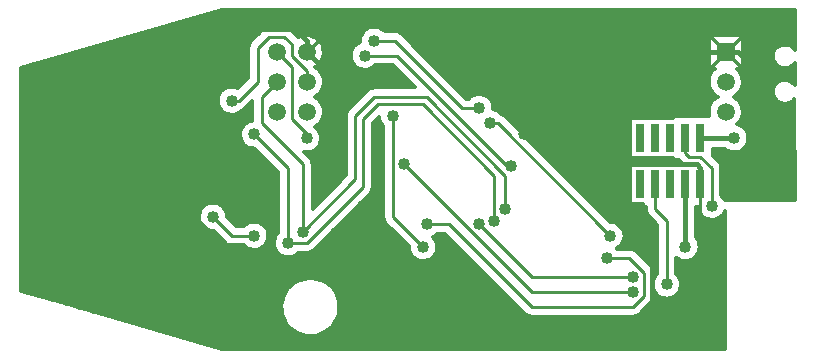
<source format=gbr>
G04 DipTrace 2.4.0.2*
%INBottom.gbr*%
%MOIN*%
%ADD13C,0.01*%
%ADD14C,0.015*%
%ADD15C,0.013*%
%ADD26R,0.059X0.059*%
%ADD27C,0.0591*%
%ADD28R,0.0299X0.0945*%
%ADD46C,0.04*%
%FSLAX44Y44*%
G04*
G70*
G90*
G75*
G01*
%LNBottom*%
%LPD*%
X13815Y11315D2*
D13*
Y11440D1*
X13315Y11940D1*
Y13690D1*
X12815Y14190D1*
X17815Y8440D2*
X18565D1*
X21315Y5690D1*
X24690D1*
X25065Y6065D1*
Y6815D1*
X24565Y7315D1*
X23815D1*
X16065Y13190D2*
D14*
X14815D1*
X13815Y14190D1*
X21065Y11440D2*
X22440Y12815D1*
X25815D1*
X26815Y13815D1*
X27200Y14200D1*
X27780D1*
X20190Y13940D2*
Y12315D1*
X21065Y11440D1*
X14565Y12065D2*
X15190Y12690D1*
X15565D1*
X16065Y13190D1*
X16940Y5190D2*
X17190Y5440D1*
X19065D1*
X19440Y5815D1*
Y6065D1*
X19815D1*
X20940Y4940D1*
X24815D1*
X25315Y5440D1*
Y7315D1*
X21190Y11440D1*
X21065D1*
X16940Y5190D2*
Y5565D1*
X15190Y7315D1*
X11440D1*
X10190Y8565D1*
Y13065D1*
X12065Y14940D1*
X13440D1*
X13815Y14565D1*
Y14190D1*
X27780Y14200D2*
X28181D1*
X28690Y13690D1*
Y11815D1*
X28815Y11690D1*
X26940Y9780D2*
D13*
Y7065D1*
Y9780D2*
D14*
Y10315D1*
X26815Y10440D1*
X22065D1*
X21065Y11440D1*
X20065Y8565D2*
D13*
Y10065D1*
X17690Y12440D1*
X16190D1*
X15690Y11940D1*
Y9690D1*
X13815Y7815D1*
X13190D1*
Y10315D1*
X12065Y11440D1*
X12820Y13190D2*
X12315Y12685D1*
Y11815D1*
X13690Y10440D1*
Y8190D1*
X20440Y8940D2*
Y10065D1*
X17815Y12690D1*
X16065D1*
X15440Y12065D1*
Y9940D1*
X13690Y8190D1*
X19940Y11815D2*
X20190D1*
X23940Y8065D1*
X16690Y12065D2*
Y8690D1*
X17690Y7690D1*
X27315Y9065D2*
Y10315D1*
X26940Y10690D1*
X26565D1*
X26440Y10815D1*
Y11315D1*
Y9780D2*
D14*
Y7690D1*
X25440Y9780D2*
D13*
Y8940D1*
X25815Y8565D1*
Y6440D1*
X15753Y14065D2*
X16815D1*
X20565Y10315D1*
X20628Y10377D1*
X19565Y12315D2*
X19003D1*
X16753Y14565D1*
X16065D1*
X24690Y6190D2*
X21315D1*
X17065Y10440D1*
X19565Y8440D2*
X21315Y6690D1*
X24690D1*
X13820Y13190D2*
Y13560D1*
X13315Y14065D1*
Y14440D1*
X13065Y14690D1*
X12565D1*
X12190Y14315D1*
Y13190D1*
X11565Y12565D1*
X11315D1*
X26940Y11315D2*
D14*
X28065D1*
X12065Y8065D2*
D13*
X11315D1*
X10690Y8690D1*
D46*
X26440Y7690D3*
X27315Y9065D3*
X24690Y6190D3*
Y6690D3*
X23940Y8065D3*
X23815Y7315D3*
X19565Y8440D3*
X17065Y10440D3*
X13190Y7815D3*
X13690Y8190D3*
X16690Y12065D3*
X17690Y7690D3*
X19565Y12315D3*
X19940Y11815D3*
X16065Y14565D3*
X15753Y14065D3*
X20628Y10377D3*
X16065Y13190D3*
X20190Y13940D3*
X17815Y8440D3*
X20440Y8940D3*
X20065Y8565D3*
X21065Y11440D3*
X26815Y13815D3*
X14565Y12065D3*
X12065Y8065D3*
X10690Y8690D3*
X11315Y12565D3*
X13815Y11315D3*
X12065Y11440D3*
X19440Y6065D3*
X16940Y5190D3*
X28815Y11690D3*
X26940Y7065D3*
X25815Y6440D3*
X28065Y11315D3*
X10553Y15446D2*
D15*
X30061D1*
X10104Y15318D2*
X30061D1*
X9653Y15189D2*
X30061D1*
X9202Y15060D2*
X30061D1*
X8751Y14932D2*
X12343D1*
X13289D2*
X15757D1*
X16372D2*
X30061D1*
X8300Y14803D2*
X12213D1*
X13419D2*
X15648D1*
X16980D2*
X30061D1*
X7851Y14674D2*
X12083D1*
X14120D2*
X15595D1*
X17110D2*
X27201D1*
X28359D2*
X30061D1*
X7400Y14545D2*
X11955D1*
X14268D2*
X15583D1*
X17238D2*
X27201D1*
X28359D2*
X30061D1*
X6949Y14417D2*
X11874D1*
X14345D2*
X15428D1*
X17366D2*
X27201D1*
X28359D2*
X29613D1*
X29897D2*
X30061D1*
X6501Y14288D2*
X11857D1*
X14386D2*
X15327D1*
X17496D2*
X27201D1*
X28359D2*
X29430D1*
X6050Y14159D2*
X11857D1*
X14392D2*
X15280D1*
X17624D2*
X27201D1*
X28359D2*
X29363D1*
X5599Y14031D2*
X11857D1*
X14372D2*
X15272D1*
X17754D2*
X27201D1*
X28359D2*
X29344D1*
X5148Y13902D2*
X11857D1*
X14315D2*
X15298D1*
X17882D2*
X27201D1*
X28359D2*
X29369D1*
X4699Y13773D2*
X11857D1*
X14211D2*
X15371D1*
X18010D2*
X27201D1*
X28359D2*
X29448D1*
X4318Y13645D2*
X11857D1*
X14169D2*
X15530D1*
X15976D2*
X16771D1*
X18140D2*
X27201D1*
X28359D2*
X30061D1*
X4318Y13516D2*
X11857D1*
X14294D2*
X16899D1*
X18268D2*
X27299D1*
X28261D2*
X30061D1*
X4318Y13387D2*
X11857D1*
X14364D2*
X17027D1*
X18396D2*
X27234D1*
X28326D2*
X30061D1*
X4318Y13259D2*
X11792D1*
X14394D2*
X17157D1*
X18526D2*
X27206D1*
X28355D2*
X30061D1*
X4318Y13130D2*
X11664D1*
X14396D2*
X17285D1*
X18654D2*
X27206D1*
X28355D2*
X29450D1*
X4318Y13001D2*
X11126D1*
X14366D2*
X15977D1*
X18782D2*
X27238D1*
X28322D2*
X29371D1*
X4318Y12873D2*
X10947D1*
X14301D2*
X15782D1*
X18912D2*
X27305D1*
X28253D2*
X29344D1*
X4318Y12744D2*
X10868D1*
X14181D2*
X15654D1*
X19039D2*
X19361D1*
X19771D2*
X27433D1*
X28127D2*
X29361D1*
X4318Y12615D2*
X10834D1*
X14205D2*
X15526D1*
X19939D2*
X27384D1*
X28176D2*
X29430D1*
X4318Y12486D2*
X10838D1*
X14315D2*
X15396D1*
X20017D2*
X27281D1*
X28280D2*
X29606D1*
X29901D2*
X30061D1*
X4318Y12358D2*
X10880D1*
X11822D2*
X11983D1*
X14374D2*
X15268D1*
X20047D2*
X27224D1*
X28337D2*
X30061D1*
X4318Y12229D2*
X10974D1*
X11656D2*
X11983D1*
X14396D2*
X15152D1*
X20175D2*
X27201D1*
X28357D2*
X30061D1*
X4318Y12100D2*
X11230D1*
X11400D2*
X11983D1*
X14392D2*
X15109D1*
X20348D2*
X27210D1*
X28349D2*
X30061D1*
X4318Y11972D2*
X11983D1*
X14355D2*
X15107D1*
X20500D2*
X24577D1*
X28310D2*
X30061D1*
X4318Y11843D2*
X11811D1*
X14280D2*
X15107D1*
X16060D2*
X16263D1*
X20628D2*
X24577D1*
X28231D2*
X30061D1*
X4318Y11714D2*
X11671D1*
X14138D2*
X15107D1*
X16023D2*
X16357D1*
X20756D2*
X24577D1*
X28326D2*
X30061D1*
X4318Y11586D2*
X11606D1*
X14213D2*
X15107D1*
X16023D2*
X16357D1*
X20886D2*
X24577D1*
X28462D2*
X30061D1*
X4318Y11457D2*
X11583D1*
X14276D2*
X15107D1*
X16023D2*
X16357D1*
X21014D2*
X24577D1*
X28527D2*
X30061D1*
X4318Y11328D2*
X11595D1*
X14299D2*
X15107D1*
X16023D2*
X16357D1*
X21142D2*
X24577D1*
X28548D2*
X30061D1*
X4318Y11200D2*
X11648D1*
X14284D2*
X15107D1*
X16023D2*
X16357D1*
X21272D2*
X24577D1*
X28534D2*
X30061D1*
X4318Y11071D2*
X11762D1*
X14229D2*
X15107D1*
X16023D2*
X16357D1*
X21400D2*
X24577D1*
X28481D2*
X30061D1*
X4318Y10942D2*
X12097D1*
X14116D2*
X15107D1*
X16023D2*
X16357D1*
X21530D2*
X24577D1*
X27374D2*
X27766D1*
X28365D2*
X30061D1*
X4318Y10814D2*
X12227D1*
X13783D2*
X15107D1*
X16023D2*
X16357D1*
X21658D2*
X24577D1*
X27374D2*
X30061D1*
X4318Y10685D2*
X12355D1*
X13911D2*
X15107D1*
X16023D2*
X16357D1*
X21786D2*
X24577D1*
X27410D2*
X30061D1*
X4318Y10556D2*
X12483D1*
X14002D2*
X15107D1*
X16023D2*
X16357D1*
X21916D2*
X26235D1*
X27540D2*
X30061D1*
X4318Y10427D2*
X12613D1*
X14024D2*
X15107D1*
X16023D2*
X16357D1*
X22044D2*
X24577D1*
X27628D2*
X30061D1*
X4318Y10299D2*
X12741D1*
X14024D2*
X15107D1*
X16023D2*
X16357D1*
X22172D2*
X24577D1*
X27648D2*
X30061D1*
X4318Y10170D2*
X12857D1*
X14024D2*
X15107D1*
X16023D2*
X16357D1*
X22302D2*
X24577D1*
X27648D2*
X30061D1*
X4318Y10041D2*
X12857D1*
X14024D2*
X15077D1*
X16023D2*
X16357D1*
X22430D2*
X24577D1*
X27648D2*
X30061D1*
X4318Y9913D2*
X12857D1*
X14024D2*
X14947D1*
X16023D2*
X16357D1*
X22558D2*
X24577D1*
X27648D2*
X30061D1*
X4318Y9784D2*
X12857D1*
X14024D2*
X14819D1*
X16023D2*
X16357D1*
X22688D2*
X24577D1*
X27648D2*
X30061D1*
X4318Y9655D2*
X12857D1*
X14024D2*
X14691D1*
X16021D2*
X16357D1*
X22816D2*
X24577D1*
X27648D2*
X30061D1*
X4318Y9527D2*
X12857D1*
X14024D2*
X14561D1*
X15978D2*
X16357D1*
X22944D2*
X24577D1*
X27648D2*
X30061D1*
X4318Y9398D2*
X12857D1*
X14024D2*
X14433D1*
X15865D2*
X16357D1*
X23074D2*
X24577D1*
X27660D2*
X30061D1*
X4318Y9269D2*
X12857D1*
X14024D2*
X14305D1*
X15735D2*
X16357D1*
X23202D2*
X24577D1*
X27752D2*
X30061D1*
X4318Y9141D2*
X10543D1*
X10837D2*
X12857D1*
X14024D2*
X14175D1*
X15607D2*
X16357D1*
X23329D2*
X24577D1*
X4318Y9012D2*
X10334D1*
X11047D2*
X12857D1*
X15479D2*
X16357D1*
X23459D2*
X25107D1*
X4318Y8883D2*
X10249D1*
X11132D2*
X12857D1*
X15349D2*
X16357D1*
X23587D2*
X25113D1*
X26799D2*
X26868D1*
X4318Y8755D2*
X10212D1*
X11168D2*
X12857D1*
X15221D2*
X16357D1*
X23717D2*
X25166D1*
X26799D2*
X26950D1*
X4318Y8626D2*
X10212D1*
X11219D2*
X12857D1*
X15093D2*
X16365D1*
X23845D2*
X25288D1*
X26799D2*
X27134D1*
X27496D2*
X27732D1*
X4318Y8497D2*
X10249D1*
X11349D2*
X11868D1*
X12263D2*
X12857D1*
X14963D2*
X16422D1*
X24138D2*
X25418D1*
X26799D2*
X27732D1*
X4318Y8368D2*
X10334D1*
X12438D2*
X12857D1*
X14835D2*
X16546D1*
X24313D2*
X25483D1*
X26799D2*
X27732D1*
X4318Y8240D2*
X10543D1*
X12515D2*
X12857D1*
X14707D2*
X16676D1*
X24390D2*
X25483D1*
X26799D2*
X27732D1*
X4318Y8111D2*
X10803D1*
X12546D2*
X12812D1*
X14577D2*
X16803D1*
X18164D2*
X18428D1*
X24420D2*
X25483D1*
X26799D2*
X27732D1*
X4318Y7982D2*
X10933D1*
X12542D2*
X12739D1*
X14449D2*
X16931D1*
X18071D2*
X18556D1*
X24416D2*
X25483D1*
X26821D2*
X27732D1*
X4318Y7854D2*
X11061D1*
X12499D2*
X12708D1*
X14319D2*
X17061D1*
X18144D2*
X18686D1*
X24374D2*
X25483D1*
X26894D2*
X27732D1*
X4318Y7725D2*
X11727D1*
X12403D2*
X12717D1*
X14191D2*
X17189D1*
X18172D2*
X18814D1*
X24278D2*
X25483D1*
X26923D2*
X27732D1*
X4318Y7596D2*
X12016D1*
X12114D2*
X12761D1*
X14063D2*
X17216D1*
X18164D2*
X18942D1*
X24731D2*
X25483D1*
X26915D2*
X27732D1*
X4318Y7468D2*
X12861D1*
X13521D2*
X17263D1*
X18117D2*
X19072D1*
X24879D2*
X25483D1*
X26868D2*
X27732D1*
X4318Y7339D2*
X17364D1*
X18016D2*
X19200D1*
X25007D2*
X25483D1*
X26766D2*
X27732D1*
X4318Y7210D2*
X19330D1*
X25135D2*
X25483D1*
X26149D2*
X27732D1*
X4318Y7082D2*
X19458D1*
X25265D2*
X25483D1*
X26149D2*
X27732D1*
X4318Y6953D2*
X19586D1*
X25367D2*
X25483D1*
X26149D2*
X27732D1*
X4318Y6824D2*
X19716D1*
X25399D2*
X25483D1*
X26149D2*
X27732D1*
X4318Y6696D2*
X19844D1*
X26222D2*
X27732D1*
X4318Y6567D2*
X13521D1*
X14359D2*
X19972D1*
X26281D2*
X27732D1*
X4318Y6438D2*
X13316D1*
X14565D2*
X20102D1*
X26299D2*
X27732D1*
X4318Y6309D2*
X13186D1*
X14695D2*
X20230D1*
X26281D2*
X27732D1*
X4439Y6181D2*
X13094D1*
X14786D2*
X20358D1*
X26220D2*
X27732D1*
X4888Y6052D2*
X13031D1*
X14849D2*
X20488D1*
X25397D2*
X25538D1*
X26094D2*
X27732D1*
X5339Y5923D2*
X12989D1*
X14890D2*
X20616D1*
X25365D2*
X27732D1*
X5790Y5795D2*
X12966D1*
X14914D2*
X20744D1*
X25261D2*
X27732D1*
X6241Y5666D2*
X12960D1*
X14918D2*
X20874D1*
X25131D2*
X27732D1*
X6689Y5537D2*
X12973D1*
X14908D2*
X21002D1*
X25003D2*
X27732D1*
X7140Y5409D2*
X13003D1*
X14877D2*
X21150D1*
X24857D2*
X27732D1*
X7591Y5280D2*
X13052D1*
X14829D2*
X27732D1*
X8042Y5151D2*
X13125D1*
X14756D2*
X27732D1*
X8491Y5023D2*
X13228D1*
X14652D2*
X27732D1*
X8942Y4894D2*
X13379D1*
X14500D2*
X27732D1*
X9393Y4765D2*
X13647D1*
X14234D2*
X27732D1*
X9844Y4637D2*
X27732D1*
X10293Y4508D2*
X27732D1*
X10744Y4379D2*
X27732D1*
X12531Y8000D2*
X12518Y7937D1*
X12496Y7876D1*
X12466Y7818D1*
X12428Y7765D1*
X12383Y7718D1*
X12332Y7678D1*
X12276Y7645D1*
X12216Y7620D1*
X12153Y7603D1*
X12089Y7595D1*
X12024Y7597D1*
X11960Y7607D1*
X11898Y7626D1*
X11839Y7653D1*
X11784Y7688D1*
X11723Y7744D1*
X11315Y7745D1*
X11251Y7751D1*
X11189Y7771D1*
X11132Y7802D1*
X11089Y7839D1*
X10708Y8219D1*
X10649Y8222D1*
X10585Y8232D1*
X10523Y8251D1*
X10464Y8278D1*
X10409Y8313D1*
X10360Y8355D1*
X10317Y8404D1*
X10281Y8458D1*
X10253Y8517D1*
X10234Y8579D1*
X10223Y8643D1*
X10221Y8708D1*
X10227Y8772D1*
X10243Y8835D1*
X10268Y8896D1*
X10300Y8952D1*
X10340Y9003D1*
X10386Y9049D1*
X10439Y9087D1*
X10496Y9118D1*
X10557Y9141D1*
X10620Y9155D1*
X10685Y9160D1*
X10749Y9156D1*
X10813Y9144D1*
X10875Y9123D1*
X10932Y9093D1*
X10986Y9056D1*
X11033Y9012D1*
X11074Y8961D1*
X11108Y8906D1*
X11134Y8846D1*
X11151Y8784D1*
X11161Y8690D1*
X11159Y8672D1*
X11447Y8386D1*
X11720Y8385D1*
X11761Y8424D1*
X11814Y8462D1*
X11871Y8493D1*
X11932Y8516D1*
X11995Y8530D1*
X12060Y8535D1*
X12124Y8531D1*
X12188Y8519D1*
X12250Y8498D1*
X12307Y8468D1*
X12361Y8431D1*
X12408Y8387D1*
X12449Y8336D1*
X12483Y8281D1*
X12509Y8221D1*
X12526Y8159D1*
X12536Y8065D1*
X12531Y8000D1*
X14904Y5625D2*
X14887Y5496D1*
X14852Y5371D1*
X14801Y5252D1*
X14735Y5140D1*
X14654Y5038D1*
X14560Y4949D1*
X14455Y4872D1*
X14340Y4811D1*
X14219Y4765D1*
X14092Y4736D1*
X13963Y4724D1*
X13833Y4730D1*
X13705Y4753D1*
X13582Y4793D1*
X13465Y4849D1*
X13356Y4920D1*
X13258Y5005D1*
X13172Y5103D1*
X13101Y5211D1*
X13044Y5328D1*
X13004Y5452D1*
X12980Y5579D1*
X12974Y5709D1*
X12985Y5839D1*
X13014Y5965D1*
X13059Y6087D1*
X13120Y6202D1*
X13196Y6307D1*
X13286Y6401D1*
X13387Y6483D1*
X13498Y6550D1*
X13618Y6601D1*
X13743Y6636D1*
X13871Y6654D1*
X14001D1*
X14130Y6637D1*
X14255Y6603D1*
X14375Y6553D1*
X14487Y6487D1*
X14589Y6406D1*
X14679Y6313D1*
X14756Y6208D1*
X14818Y6094D1*
X14864Y5972D1*
X14894Y5846D1*
X14906Y5717D1*
X14904Y5625D1*
X27745Y4305D2*
Y8874D1*
X27716Y8818D1*
X27678Y8765D1*
X27633Y8718D1*
X27582Y8678D1*
X27526Y8645D1*
X27466Y8620D1*
X27403Y8603D1*
X27339Y8595D1*
X27274Y8597D1*
X27210Y8607D1*
X27148Y8626D1*
X27089Y8653D1*
X27034Y8688D1*
X26985Y8730D1*
X26942Y8779D1*
X26906Y8833D1*
X26878Y8892D1*
X26859Y8954D1*
X26846Y9037D1*
X26785D1*
X26786Y8010D1*
X26824Y7961D1*
X26858Y7906D1*
X26884Y7846D1*
X26901Y7784D1*
X26911Y7690D1*
X26906Y7625D1*
X26893Y7562D1*
X26871Y7501D1*
X26841Y7443D1*
X26803Y7390D1*
X26758Y7343D1*
X26707Y7303D1*
X26651Y7270D1*
X26591Y7245D1*
X26528Y7228D1*
X26464Y7220D1*
X26399Y7222D1*
X26335Y7232D1*
X26273Y7251D1*
X26214Y7278D1*
X26136Y7333D1*
Y6784D1*
X26199Y6711D1*
X26233Y6656D1*
X26259Y6596D1*
X26276Y6534D1*
X26286Y6440D1*
X26281Y6375D1*
X26268Y6312D1*
X26246Y6251D1*
X26216Y6193D1*
X26178Y6140D1*
X26133Y6093D1*
X26082Y6053D1*
X26026Y6020D1*
X25966Y5995D1*
X25903Y5978D1*
X25839Y5970D1*
X25774Y5972D1*
X25710Y5982D1*
X25648Y6001D1*
X25589Y6028D1*
X25534Y6063D1*
X25485Y6105D1*
X25442Y6154D1*
X25406Y6208D1*
X25386Y6251D1*
Y6065D1*
X25379Y6000D1*
X25360Y5939D1*
X25328Y5882D1*
X25292Y5839D1*
X24917Y5464D1*
X24867Y5423D1*
X24809Y5393D1*
X24747Y5375D1*
X24690Y5370D1*
X21315D1*
X21251Y5376D1*
X21189Y5396D1*
X21132Y5427D1*
X21089Y5464D1*
X18433Y8119D1*
X18161Y8120D1*
X18082Y8053D1*
X18024Y8019D1*
X18074Y7961D1*
X18108Y7906D1*
X18133Y7846D1*
X18151Y7784D1*
X18160Y7690D1*
X18156Y7625D1*
X18142Y7562D1*
X18120Y7501D1*
X18090Y7443D1*
X18052Y7390D1*
X18008Y7343D1*
X17957Y7303D1*
X17901Y7270D1*
X17841Y7245D1*
X17778Y7228D1*
X17714Y7220D1*
X17649Y7222D1*
X17584Y7232D1*
X17522Y7251D1*
X17463Y7278D1*
X17409Y7313D1*
X17360Y7355D1*
X17317Y7404D1*
X17281Y7458D1*
X17253Y7517D1*
X17233Y7579D1*
X17222Y7643D1*
X17220Y7706D1*
X16464Y8463D1*
X16423Y8513D1*
X16393Y8571D1*
X16375Y8633D1*
X16370Y8690D1*
Y11722D1*
X16317Y11779D1*
X16281Y11833D1*
X16253Y11892D1*
X16234Y11954D1*
X16222Y12020D1*
X16010Y11807D1*
X16011Y9690D1*
X16004Y9625D1*
X15985Y9564D1*
X15953Y9507D1*
X15917Y9464D1*
X14042Y7589D1*
X13992Y7548D1*
X13934Y7518D1*
X13872Y7500D1*
X13815Y7495D1*
X13533D1*
X13508Y7468D1*
X13457Y7428D1*
X13401Y7395D1*
X13341Y7370D1*
X13278Y7353D1*
X13214Y7345D1*
X13149Y7347D1*
X13085Y7357D1*
X13023Y7376D1*
X12964Y7403D1*
X12909Y7438D1*
X12860Y7480D1*
X12817Y7529D1*
X12781Y7583D1*
X12753Y7642D1*
X12734Y7704D1*
X12723Y7768D1*
X12721Y7833D1*
X12727Y7897D1*
X12743Y7960D1*
X12768Y8021D1*
X12800Y8077D1*
X12840Y8128D1*
X12870Y8158D1*
Y10181D1*
X12084Y10969D1*
X12024Y10972D1*
X11960Y10982D1*
X11898Y11001D1*
X11839Y11028D1*
X11784Y11063D1*
X11735Y11105D1*
X11692Y11154D1*
X11656Y11208D1*
X11628Y11267D1*
X11609Y11329D1*
X11598Y11393D1*
X11596Y11458D1*
X11602Y11522D1*
X11618Y11585D1*
X11643Y11646D1*
X11675Y11702D1*
X11715Y11753D1*
X11761Y11799D1*
X11814Y11837D1*
X11871Y11868D1*
X11932Y11891D1*
X11997Y11905D1*
X11995Y12335D1*
Y12544D1*
X11791Y12339D1*
X11741Y12298D1*
X11677Y12265D1*
X11633Y12218D1*
X11582Y12178D1*
X11526Y12145D1*
X11466Y12120D1*
X11403Y12103D1*
X11339Y12095D1*
X11274Y12097D1*
X11209Y12107D1*
X11147Y12126D1*
X11088Y12153D1*
X11034Y12188D1*
X10985Y12230D1*
X10942Y12279D1*
X10906Y12333D1*
X10878Y12392D1*
X10858Y12454D1*
X10847Y12518D1*
X10845Y12583D1*
X10852Y12647D1*
X10868Y12710D1*
X10892Y12771D1*
X10925Y12827D1*
X10964Y12878D1*
X11011Y12924D1*
X11063Y12962D1*
X11120Y12993D1*
X11181Y13016D1*
X11245Y13030D1*
X11309Y13035D1*
X11374Y13031D1*
X11438Y13019D1*
X11530Y12982D1*
X11869Y13321D1*
X11870Y14315D1*
X11876Y14380D1*
X11896Y14441D1*
X11927Y14498D1*
X11964Y14541D1*
X12339Y14916D1*
X12389Y14957D1*
X12446Y14987D1*
X12509Y15005D1*
X12565Y15010D1*
X13065D1*
X13130Y15004D1*
X13192Y14984D1*
X13249Y14953D1*
X13292Y14916D1*
X13530Y14678D1*
X13612Y14718D1*
X13699Y14743D1*
X13790Y14755D1*
X13881Y14752D1*
X13970Y14734D1*
X14055Y14702D1*
X14134Y14657D1*
X14205Y14600D1*
X14265Y14533D1*
X14314Y14456D1*
X14351Y14373D1*
X14373Y14285D1*
X14381Y14194D1*
X14375Y14112D1*
X14356Y14024D1*
X14322Y13939D1*
X14275Y13861D1*
X14217Y13792D1*
X14148Y13733D1*
X14105Y13705D1*
X14128Y13664D1*
X14180Y13626D1*
X14228Y13582D1*
X14270Y13533D1*
X14306Y13479D1*
X14336Y13421D1*
X14359Y13360D1*
X14375Y13297D1*
X14385Y13190D1*
X14382Y13125D1*
X14371Y13061D1*
X14352Y12999D1*
X14327Y12939D1*
X14295Y12883D1*
X14256Y12830D1*
X14212Y12783D1*
X14163Y12740D1*
X14082Y12690D1*
X14128Y12664D1*
X14180Y12626D1*
X14228Y12582D1*
X14270Y12533D1*
X14306Y12479D1*
X14336Y12421D1*
X14359Y12360D1*
X14375Y12297D1*
X14385Y12190D1*
X14382Y12125D1*
X14371Y12061D1*
X14352Y11999D1*
X14327Y11939D1*
X14295Y11883D1*
X14256Y11830D1*
X14212Y11783D1*
X14163Y11740D1*
X14093Y11695D1*
X14158Y11637D1*
X14199Y11586D1*
X14233Y11531D1*
X14259Y11471D1*
X14276Y11409D1*
X14286Y11315D1*
X14281Y11250D1*
X14268Y11187D1*
X14246Y11126D1*
X14216Y11068D1*
X14178Y11015D1*
X14133Y10968D1*
X14082Y10928D1*
X14026Y10895D1*
X13966Y10870D1*
X13903Y10853D1*
X13839Y10845D1*
X13774Y10847D1*
X13728Y10854D1*
X13917Y10666D1*
X13958Y10616D1*
X13988Y10559D1*
X14006Y10496D1*
X14011Y10440D1*
Y8963D1*
X15120Y10072D1*
Y12065D1*
X15127Y12130D1*
X15146Y12191D1*
X15178Y12248D1*
X15214Y12291D1*
X15839Y12916D1*
X15889Y12957D1*
X15947Y12987D1*
X16009Y13005D1*
X16065Y13010D1*
X17416D1*
X16684Y13744D1*
X16098Y13745D1*
X16020Y13678D1*
X15964Y13645D1*
X15904Y13620D1*
X15841Y13603D1*
X15776Y13595D1*
X15712Y13597D1*
X15647Y13607D1*
X15585Y13626D1*
X15526Y13653D1*
X15472Y13688D1*
X15422Y13730D1*
X15380Y13779D1*
X15344Y13833D1*
X15316Y13892D1*
X15296Y13954D1*
X15285Y14018D1*
X15283Y14083D1*
X15290Y14147D1*
X15306Y14210D1*
X15330Y14271D1*
X15362Y14327D1*
X15402Y14378D1*
X15449Y14424D1*
X15501Y14462D1*
X15558Y14493D1*
X15598Y14508D1*
X15596Y14583D1*
X15602Y14647D1*
X15618Y14710D1*
X15643Y14771D1*
X15675Y14827D1*
X15715Y14878D1*
X15761Y14924D1*
X15814Y14962D1*
X15871Y14993D1*
X15932Y15016D1*
X15995Y15030D1*
X16060Y15035D1*
X16124Y15031D1*
X16188Y15019D1*
X16250Y14998D1*
X16307Y14968D1*
X16361Y14931D1*
X16410Y14885D1*
X16753D1*
X16817Y14879D1*
X16879Y14859D1*
X16936Y14828D1*
X16979Y14791D1*
X19135Y12636D1*
X19220Y12635D1*
X19261Y12674D1*
X19314Y12712D1*
X19371Y12743D1*
X19432Y12766D1*
X19495Y12780D1*
X19560Y12785D1*
X19624Y12781D1*
X19688Y12769D1*
X19750Y12748D1*
X19807Y12718D1*
X19861Y12681D1*
X19908Y12637D1*
X19949Y12586D1*
X19983Y12531D1*
X20009Y12471D1*
X20026Y12409D1*
X20036Y12315D1*
X20033Y12277D1*
X20125Y12248D1*
X20182Y12218D1*
X20236Y12181D1*
X20300Y12116D1*
X20374Y12078D1*
X20417Y12041D1*
X23923Y8535D1*
X23999Y8531D1*
X24063Y8519D1*
X24125Y8498D1*
X24182Y8468D1*
X24236Y8431D1*
X24283Y8387D1*
X24324Y8336D1*
X24358Y8281D1*
X24384Y8221D1*
X24401Y8159D1*
X24411Y8065D1*
X24406Y8000D1*
X24393Y7937D1*
X24371Y7876D1*
X24341Y7818D1*
X24303Y7765D1*
X24258Y7718D1*
X24207Y7678D1*
X24149Y7644D1*
X24160Y7635D1*
X24565D1*
X24630Y7629D1*
X24692Y7609D1*
X24749Y7578D1*
X24792Y7541D1*
X25292Y7041D1*
X25333Y6991D1*
X25363Y6934D1*
X25381Y6871D1*
X25386Y6815D1*
Y6630D1*
X25425Y6702D1*
X25465Y6753D1*
X25495Y6783D1*
Y8433D1*
X25214Y8714D1*
X25173Y8764D1*
X25143Y8821D1*
X25125Y8884D1*
X25120Y8940D1*
Y9035D1*
X25021Y9037D1*
Y9108D1*
X24591Y9107D1*
Y10452D1*
X25019D1*
X25021Y10522D1*
X25860D1*
Y10451D1*
X26019Y10452D1*
X26021Y10522D1*
X26279D1*
X26229Y10573D1*
X26021Y10572D1*
Y10643D1*
X25591Y10642D1*
X25091D1*
X24591D1*
Y11988D1*
X25290Y11986D1*
X25416Y11988D1*
X25790Y11986D1*
X25916Y11988D1*
X26019D1*
X26021Y12058D1*
X26860Y12056D1*
X26911Y12058D1*
X27233Y12056D1*
X27221Y12114D1*
X27215Y12178D1*
X27216Y12243D1*
X27225Y12308D1*
X27241Y12371D1*
X27264Y12431D1*
X27294Y12489D1*
X27330Y12543D1*
X27373Y12592D1*
X27420Y12636D1*
X27473Y12675D1*
X27515Y12701D1*
X27455Y12737D1*
X27404Y12778D1*
X27358Y12824D1*
X27317Y12875D1*
X27283Y12930D1*
X27255Y12989D1*
X27235Y13050D1*
X27221Y13114D1*
X27215Y13178D1*
X27216Y13243D1*
X27225Y13308D1*
X27241Y13371D1*
X27264Y13431D1*
X27294Y13489D1*
X27330Y13543D1*
X27373Y13592D1*
X27419Y13635D1*
X27215D1*
Y14765D1*
X28345D1*
Y13635D1*
X28142D1*
X28188Y13592D1*
X28230Y13542D1*
X28266Y13489D1*
X28296Y13431D1*
X28319Y13370D1*
X28335Y13307D1*
X28345Y13200D1*
X28342Y13135D1*
X28331Y13071D1*
X28312Y13009D1*
X28287Y12949D1*
X28255Y12892D1*
X28216Y12840D1*
X28172Y12792D1*
X28123Y12750D1*
X28042Y12700D1*
X28088Y12674D1*
X28140Y12636D1*
X28188Y12592D1*
X28230Y12542D1*
X28266Y12489D1*
X28296Y12431D1*
X28319Y12370D1*
X28335Y12307D1*
X28345Y12200D1*
X28342Y12135D1*
X28331Y12071D1*
X28312Y12009D1*
X28287Y11949D1*
X28255Y11892D1*
X28216Y11840D1*
X28155Y11778D1*
X28250Y11748D1*
X28307Y11718D1*
X28361Y11681D1*
X28408Y11637D1*
X28449Y11586D1*
X28483Y11531D1*
X28509Y11471D1*
X28526Y11409D1*
X28536Y11315D1*
X28531Y11250D1*
X28518Y11187D1*
X28496Y11126D1*
X28466Y11068D1*
X28428Y11015D1*
X28383Y10968D1*
X28332Y10928D1*
X28276Y10895D1*
X28216Y10870D1*
X28153Y10853D1*
X28089Y10845D1*
X28024Y10847D1*
X27960Y10857D1*
X27898Y10876D1*
X27839Y10903D1*
X27784Y10938D1*
X27746Y10971D1*
X27415Y10970D1*
X27361D1*
X27360Y10723D1*
X27542Y10541D1*
X27583Y10491D1*
X27613Y10434D1*
X27631Y10371D1*
X27636Y10315D1*
Y9411D1*
X27699Y9336D1*
X27745Y9253D1*
Y9260D1*
X30075D1*
X30074Y12627D1*
X30025Y12570D1*
X29974Y12530D1*
X29918Y12499D1*
X29856Y12477D1*
X29793Y12465D1*
X29728Y12464D1*
X29663Y12474D1*
X29602Y12494D1*
X29544Y12523D1*
X29492Y12562D1*
X29447Y12609D1*
X29410Y12662D1*
X29382Y12721D1*
X29364Y12783D1*
X29357Y12848D1*
X29360Y12913D1*
X29374Y12976D1*
X29398Y13037D1*
X29432Y13092D1*
X29474Y13142D1*
X29523Y13183D1*
X29579Y13217D1*
X29640Y13240D1*
X29703Y13254D1*
X29768Y13257D1*
X29832Y13250D1*
X29895Y13232D1*
X29953Y13204D1*
X30007Y13167D1*
X30053Y13121D1*
X30076Y13090D1*
X30075Y13809D1*
X30025Y13751D1*
X29974Y13711D1*
X29918Y13680D1*
X29856Y13658D1*
X29793Y13646D1*
X29728Y13645D1*
X29663Y13655D1*
X29602Y13675D1*
X29544Y13704D1*
X29492Y13743D1*
X29447Y13790D1*
X29410Y13843D1*
X29382Y13902D1*
X29364Y13965D1*
X29357Y14029D1*
X29360Y14094D1*
X29374Y14157D1*
X29398Y14218D1*
X29432Y14273D1*
X29474Y14323D1*
X29523Y14365D1*
X29579Y14398D1*
X29640Y14422D1*
X29703Y14435D1*
X29768Y14438D1*
X29832Y14431D1*
X29895Y14413D1*
X29953Y14385D1*
X30007Y14348D1*
X30053Y14302D1*
X30076Y14271D1*
X30075Y15575D1*
X10990D1*
X4304Y13664D1*
X4305Y12609D1*
Y6216D1*
X5508Y5872D1*
X10991Y4305D1*
X11037Y4273D1*
X10992Y4305D1*
X27746D1*
X27215Y14765D2*
D13*
X28345Y13635D1*
Y14765D2*
X27215Y13635D1*
X13815Y14190D2*
X14215Y13790D1*
Y14590D2*
X13815Y14190D1*
D26*
X27780Y14200D3*
D27*
Y13200D3*
Y12200D3*
D28*
X26940Y9780D3*
Y11315D3*
X26440Y9780D3*
Y11315D3*
X25940Y9780D3*
Y11315D3*
X25440Y9780D3*
Y11315D3*
X24940Y9780D3*
Y11315D3*
D27*
X13815Y14190D3*
X13820Y13190D3*
Y12190D3*
X12815Y14190D3*
X12820Y13190D3*
Y12190D3*
M02*

</source>
